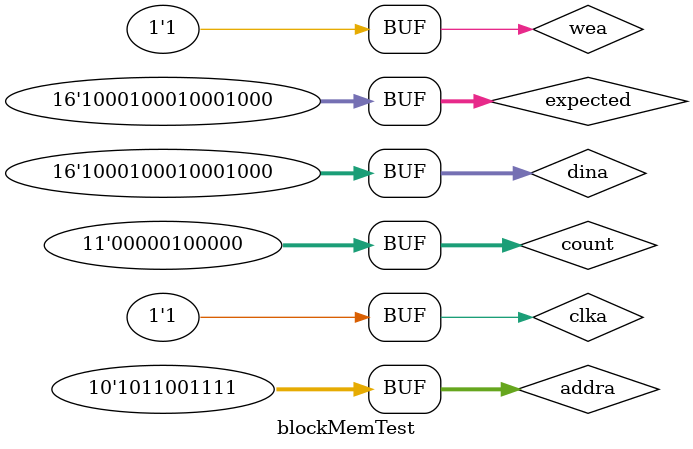
<source format=v>
`timescale 1ns / 1ps


module blockMemTest;

	// Inputs
	reg clka;
	reg [0:0] wea;
	reg [9:0] addra;
	reg [15:0] dina;

	// Outputs
	wire [15:0] douta;
	reg [15:0] expected;
	reg [10:0] count;

	// Instantiate the Unit Under Test (UUT)
	blockmemory16bit uut (
		.clka(clka), 
		.wea(wea), 
		.addra(addra), 
		.dina(dina), 
		.douta(douta)
	);

	initial begin
		// Initialize Inputs
		clka = 0;
		wea = 0;
		addra = 0;
		dina = 0;
		expected = 0;
		count = 0;

		// Wait 100 ns for global reset to finish
		#100;
      clka = 1; # 5;
		addra = 'h16f; dina = 'h0123; expected = 0;
		clka = 0; #5; clka = 1; #5; count = count + 1;
		
		addra = 'h1dd; dina = 'h 0123; expected = 0;
		clka = 0; #5; clka = 1; #5; count = count + 1;
		
		addra = 'h14c;	dina = 'h1234; expected = 0;
		clka = 0; #5; clka = 1; #5; count = count + 1;
		
		addra = 'h1cf; dina = 'h2345; expected = 0;
		clka = 0; #5; clka = 1; #5; count = count + 1;
		
		wea = 1;
		
		addra = 'h26f; dina = 'h1111; //expected = 0;
		clka = 0; #5; clka = 1; expected = 'h1111; #5; count = count + 1;
		
		addra = 'h2dd; dina = 'h 2222; //expected = 0;
		clka = 0; #5; clka = 1; expected = 'h2222; #5; count = count + 1;
		
		addra = 'h24c;	dina = 'h3333; //expected = 0;
		clka = 0; #5; clka = 1; expected = 'h3333; #5; count = count + 1;
		
		addra = 'h2cf; dina = 'h4444; //expected = 0;
		clka = 0; #5; clka = 1; expected = 'h4444; #5; count = count + 1;
		
		wea = 0;
		
		addra = 'h16f; dina = 'h0123; //expected = 0;
		clka = 0; #5; clka = 1; #5; count = count + 1; expected = 0;
		
		addra = 'h1dd; dina = 'h 0123;// expected = 0;
		clka = 0; #5; clka = 1; #5; count = count + 1;expected = 0;
		
		addra = 'h14c;	dina = 'h1234; //expected = 0;
		clka = 0; #5; clka = 1; #5; count = count + 1;expected = 0;
		
		addra = 'h1cf; dina = 'h2345; //expected = 0;
		clka = 0; #5; clka = 1; #5; count = count + 1;expected = 0;
		
		addra = 'h26f; dina = 'h1111; //
		clka = 0; #5; clka = 1; #5; count = count + 1;expected = 'h1111;
		
		addra = 'h2dd; dina = 'h 2222; //expected = 'h2222;
		clka = 0; #5; clka = 1; #5; count = count + 1;expected = 'h2222;
		
		addra = 'h24c;	dina = 'h3333; //expected = 'h3333;
		clka = 0; #5; clka = 1; #5; count = count + 1;expected = 'h3333;
		
		addra = 'h2cf; dina = 'h4444; //expected = 'h4444;
		clka = 0; #5; clka = 1; #5; count = count + 1;expected = 'h4444;
		
		wea = 1;
		
		addra = 'h16f; dina = 'h0123; //expected = 0;
		clka = 0; #5; clka = 1; expected = 'h0123; #5; count = count + 1;
		
		addra = 'h1dd; dina = 'h1234; //expected = 0;
		clka = 0; #5; clka = 1; expected = 'h1234; #5; count = count + 1;
		
		addra = 'h14c;	dina = 'h2345; //expected = 0;
		clka = 0; #5; clka = 1; expected = 'h2345; #5; count = count + 1;
		
		addra = 'h1cf; dina = 'h3456; //expected = 0;
		clka = 0; #5; clka = 1; expected = 'h3456; #5; count = count + 1;
		
		addra = 'h26f; dina = 'h5555; //expected = 'h1111;
		clka = 0; #5; clka = 1; expected = 'h5555; #5; count = count + 1;
		
		addra = 'h2dd; dina = 'h 6666; //expected = 'h2222;
		clka = 0; #5; clka = 1; expected = 'h6666; #5; count = count + 1;
		
		addra = 'h24c;	dina = 'h7777; ///expected = 'h3333;
		clka = 0; #5; clka = 1; expected = 'h7777; #5; count = count + 1;
		
		addra = 'h2cf; dina = 'h8888; //expected = 'h4444;
		clka = 0; #5; clka = 1; expected = 'h8888; #5; count = count + 1;
		
		
		addra = 'h16f; dina = 'h0123; //
		clka = 0; #5; clka = 1; #5; count = count + 1;expected = 'h0123;
		
		addra = 'h1dd; dina = 'h1234; //expected = 'h1234;
		clka = 0; #5; clka = 1; #5; count = count + 1;expected = 'h1234;
		
		addra = 'h14c;	dina = 'h2345; //expected = 'h2345;
		clka = 0; #5; clka = 1; #5; count = count + 1;expected = 'h2345;
		
		addra = 'h1cf; dina = 'h3456; //expected = 'h3456;
		clka = 0; #5; clka = 1; #5; count = count + 1;expected = 'h3456;
		
		addra = 'h26f; dina = 'h5555; //expected = 'h5555;
		clka = 0; #5; clka = 1; #5; count = count + 1;expected = 'h5555;
		
		addra = 'h2dd; dina = 'h 6666; //expected = 'h6666;
		clka = 0; #5; clka = 1; #5; count = count + 1;expected = 'h6666;
		
		addra = 'h24c;	dina = 'h7777; //expected = 'h7777;
		clka = 0; #5; clka = 1; #5; count = count + 1;expected = 'h7777;
		
		addra = 'h2cf; dina = 'h8888; //expected = 'h8888;
		clka = 0; #5; clka = 1; #5; count = count + 1;expected = 'h8888;
		  
		// Add stimulus here

	end
      
endmodule


</source>
